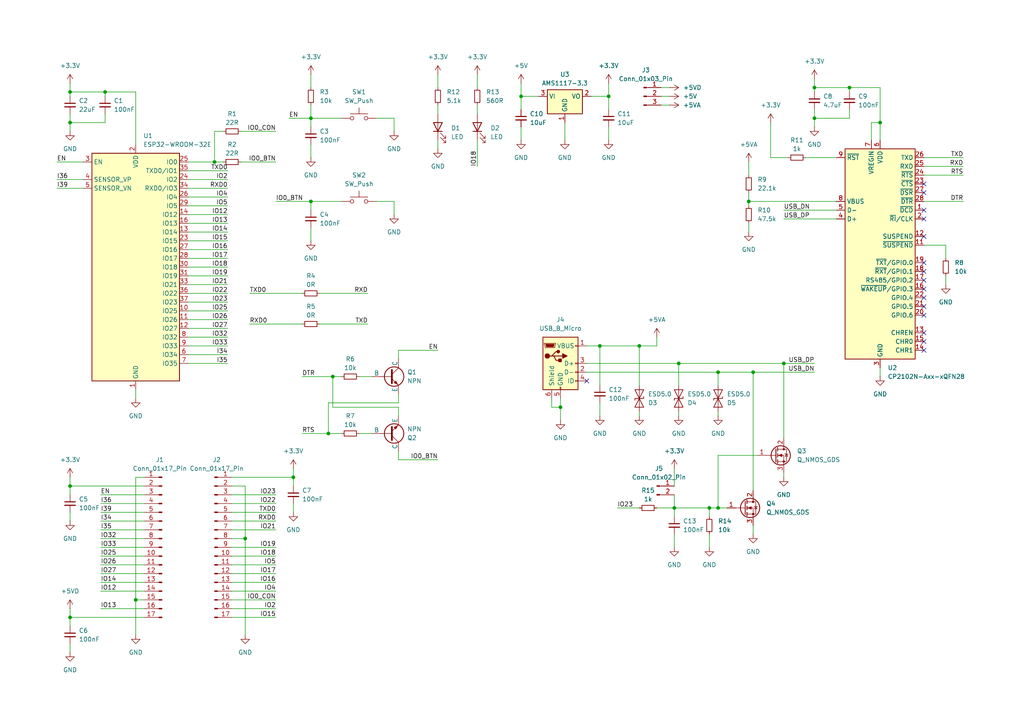
<source format=kicad_sch>
(kicad_sch (version 20231120) (generator "eeschema") (generator_version "8.0")
  (paper "A4")
  (title_block (title "ESP32 Development Board") (date "2025-08-09") (rev "1.0") (comment 1 "Developer: Jayasurya Obbu"))
  (junction (at 246.38 25.4))
  (junction (at 196.85 105.41))
  (junction (at 20.32 179.07))
  (junction (at 227.33 105.41))
  (junction (at 205.74 147.32))
  (junction (at 151.13 27.94))
  (junction (at 30.48 26.67))
  (junction (at 85.09 138.43))
  (junction (at 20.32 140.97))
  (junction (at 96.52 109.22))
  (junction (at 95.25 125.73))
  (junction (at 62.23 46.99))
  (junction (at 208.28 107.95))
  (junction (at 39.37 173.99))
  (junction (at 20.32 35.56))
  (junction (at 71.12 156.21))
  (junction (at 176.53 27.94))
  (junction (at 173.99 100.33))
  (junction (at 236.22 25.4))
  (junction (at 218.44 107.95))
  (junction (at 236.22 34.29))
  (junction (at 90.17 34.29))
  (junction (at 255.27 35.56))
  (junction (at 20.32 26.67))
  (junction (at 217.17 58.42))
  (junction (at 90.17 58.42))
  (junction (at 162.56 118.11))
  (junction (at 185.42 100.33))
  (junction (at 195.58 147.32))
  (junction (at 208.28 147.32))
  (no_connect (at 267.97 88.9))
  (no_connect (at 267.97 91.44))
  (no_connect (at 267.97 83.82))
  (no_connect (at 267.97 99.06))
  (no_connect (at 267.97 53.34))
  (no_connect (at 267.97 81.28))
  (no_connect (at 170.18 110.49))
  (no_connect (at 267.97 63.5))
  (no_connect (at 267.97 101.6))
  (no_connect (at 267.97 68.58))
  (no_connect (at 267.97 55.88))
  (no_connect (at 267.97 76.2))
  (no_connect (at 267.97 60.96))
  (no_connect (at 267.97 78.74))
  (no_connect (at 267.97 96.52))
  (no_connect (at 267.97 86.36))
  (wire (pts (xy 109.22 58.42) (xy 114.3 58.42)))
  (wire (pts (xy 115.57 130.81) (xy 115.57 133.35)))
  (wire (pts (xy 114.3 34.29) (xy 114.3 38.1)))
  (wire (pts (xy 151.13 27.94) (xy 151.13 31.75)))
  (wire (pts (xy 20.32 140.97) (xy 41.91 140.97)))
  (wire (pts (xy 20.32 24.13) (xy 20.32 26.67)))
  (wire (pts (xy 54.61 77.47) (xy 66.04 77.47)))
  (wire (pts (xy 29.21 146.05) (xy 41.91 146.05)))
  (wire (pts (xy 67.31 151.13) (xy 80.01 151.13)))
  (wire (pts (xy 162.56 118.11) (xy 162.56 121.92)))
  (wire (pts (xy 67.31 158.75) (xy 80.01 158.75)))
  (wire (pts (xy 114.3 58.42) (xy 114.3 62.23)))
  (wire (pts (xy 54.61 105.41) (xy 66.04 105.41)))
  (wire (pts (xy 179.07 147.32) (xy 185.42 147.32)))
  (wire (pts (xy 29.21 171.45) (xy 41.91 171.45)))
  (wire (pts (xy 196.85 105.41) (xy 227.33 105.41)))
  (wire (pts (xy 54.61 52.07) (xy 66.04 52.07)))
  (wire (pts (xy 71.12 140.97) (xy 71.12 156.21)))
  (wire (pts (xy 236.22 25.4) (xy 236.22 26.67)))
  (wire (pts (xy 29.21 176.53) (xy 41.91 176.53)))
  (wire (pts (xy 39.37 173.99) (xy 41.91 173.99)))
  (wire (pts (xy 95.25 116.84) (xy 95.25 125.73)))
  (wire (pts (xy 90.17 41.91) (xy 90.17 45.72)))
  (wire (pts (xy 54.61 74.93) (xy 66.04 74.93)))
  (wire (pts (xy 20.32 179.07) (xy 20.32 181.61)))
  (wire (pts (xy 115.57 133.35) (xy 127 133.35)))
  (wire (pts (xy 173.99 100.33) (xy 185.42 100.33)))
  (wire (pts (xy 54.61 82.55) (xy 66.04 82.55)))
  (wire (pts (xy 176.53 36.83) (xy 176.53 40.64)))
  (wire (pts (xy 54.61 102.87) (xy 66.04 102.87)))
  (wire (pts (xy 252.73 35.56) (xy 255.27 35.56)))
  (wire (pts (xy 190.5 97.79) (xy 190.5 100.33)))
  (wire (pts (xy 151.13 27.94) (xy 156.21 27.94)))
  (wire (pts (xy 190.5 147.32) (xy 195.58 147.32)))
  (wire (pts (xy 69.85 46.99) (xy 80.01 46.99)))
  (wire (pts (xy 115.57 120.65) (xy 115.57 118.11)))
  (wire (pts (xy 67.31 173.99) (xy 80.01 173.99)))
  (wire (pts (xy 227.33 105.41) (xy 236.22 105.41)))
  (wire (pts (xy 16.51 46.99) (xy 24.13 46.99)))
  (wire (pts (xy 208.28 147.32) (xy 210.82 147.32)))
  (wire (pts (xy 151.13 36.83) (xy 151.13 40.64)))
  (wire (pts (xy 171.45 27.94) (xy 176.53 27.94)))
  (wire (pts (xy 217.17 64.77) (xy 217.17 67.31)))
  (wire (pts (xy 39.37 41.91) (xy 39.37 26.67)))
  (wire (pts (xy 236.22 34.29) (xy 246.38 34.29)))
  (wire (pts (xy 92.71 93.98) (xy 106.68 93.98)))
  (wire (pts (xy 54.61 54.61) (xy 66.04 54.61)))
  (wire (pts (xy 16.51 54.61) (xy 24.13 54.61)))
  (wire (pts (xy 185.42 100.33) (xy 185.42 111.76)))
  (wire (pts (xy 127 21.59) (xy 127 25.4)))
  (wire (pts (xy 274.32 80.01) (xy 274.32 82.55)))
  (wire (pts (xy 29.21 158.75) (xy 41.91 158.75)))
  (wire (pts (xy 67.31 153.67) (xy 80.01 153.67)))
  (wire (pts (xy 54.61 80.01) (xy 66.04 80.01)))
  (wire (pts (xy 173.99 100.33) (xy 173.99 111.76)))
  (wire (pts (xy 109.22 34.29) (xy 114.3 34.29)))
  (wire (pts (xy 96.52 109.22) (xy 99.06 109.22)))
  (wire (pts (xy 217.17 58.42) (xy 217.17 59.69)))
  (wire (pts (xy 67.31 138.43) (xy 85.09 138.43)))
  (wire (pts (xy 160.02 118.11) (xy 162.56 118.11)))
  (wire (pts (xy 67.31 156.21) (xy 71.12 156.21)))
  (wire (pts (xy 54.61 92.71) (xy 66.04 92.71)))
  (wire (pts (xy 127 40.64) (xy 127 43.18)))
  (wire (pts (xy 195.58 147.32) (xy 205.74 147.32)))
  (wire (pts (xy 195.58 135.89) (xy 195.58 140.97)))
  (wire (pts (xy 71.12 156.21) (xy 71.12 184.15)))
  (wire (pts (xy 255.27 106.68) (xy 255.27 109.22)))
  (wire (pts (xy 205.74 154.94) (xy 205.74 158.75)))
  (wire (pts (xy 217.17 58.42) (xy 242.57 58.42)))
  (wire (pts (xy 219.71 132.08) (xy 208.28 132.08)))
  (wire (pts (xy 208.28 107.95) (xy 208.28 111.76)))
  (wire (pts (xy 217.17 55.88) (xy 217.17 58.42)))
  (wire (pts (xy 246.38 34.29) (xy 246.38 31.75)))
  (wire (pts (xy 195.58 149.86) (xy 195.58 147.32)))
  (wire (pts (xy 233.68 45.72) (xy 242.57 45.72)))
  (wire (pts (xy 170.18 105.41) (xy 196.85 105.41)))
  (wire (pts (xy 20.32 35.56) (xy 30.48 35.56)))
  (wire (pts (xy 185.42 119.38) (xy 185.42 120.65)))
  (wire (pts (xy 39.37 173.99) (xy 39.37 184.15)))
  (wire (pts (xy 228.6 45.72) (xy 223.52 45.72)))
  (wire (pts (xy 274.32 71.12) (xy 274.32 74.93)))
  (wire (pts (xy 62.23 46.99) (xy 62.23 38.1)))
  (wire (pts (xy 267.97 45.72) (xy 279.4 45.72)))
  (wire (pts (xy 87.63 109.22) (xy 96.52 109.22)))
  (wire (pts (xy 227.33 60.96) (xy 242.57 60.96)))
  (wire (pts (xy 54.61 57.15) (xy 66.04 57.15)))
  (wire (pts (xy 160.02 115.57) (xy 160.02 118.11)))
  (wire (pts (xy 67.31 148.59) (xy 80.01 148.59)))
  (wire (pts (xy 95.25 125.73) (xy 99.06 125.73)))
  (wire (pts (xy 267.97 50.8) (xy 279.4 50.8)))
  (wire (pts (xy 267.97 48.26) (xy 279.4 48.26)))
  (wire (pts (xy 54.61 62.23) (xy 66.04 62.23)))
  (wire (pts (xy 227.33 105.41) (xy 227.33 127)))
  (wire (pts (xy 252.73 40.64) (xy 252.73 35.56)))
  (wire (pts (xy 67.31 179.07) (xy 80.01 179.07)))
  (wire (pts (xy 90.17 34.29) (xy 99.06 34.29)))
  (wire (pts (xy 104.14 125.73) (xy 107.95 125.73)))
  (wire (pts (xy 205.74 147.32) (xy 205.74 149.86)))
  (wire (pts (xy 227.33 63.5) (xy 242.57 63.5)))
  (wire (pts (xy 16.51 52.07) (xy 24.13 52.07)))
  (wire (pts (xy 92.71 85.09) (xy 106.68 85.09)))
  (wire (pts (xy 54.61 100.33) (xy 66.04 100.33)))
  (wire (pts (xy 20.32 33.02) (xy 20.32 35.56)))
  (wire (pts (xy 69.85 38.1) (xy 80.01 38.1)))
  (wire (pts (xy 90.17 58.42) (xy 99.06 58.42)))
  (wire (pts (xy 29.21 153.67) (xy 41.91 153.67)))
  (wire (pts (xy 96.52 118.11) (xy 96.52 109.22)))
  (wire (pts (xy 67.31 171.45) (xy 80.01 171.45)))
  (wire (pts (xy 196.85 105.41) (xy 196.85 111.76)))
  (wire (pts (xy 138.43 21.59) (xy 138.43 25.4)))
  (wire (pts (xy 90.17 34.29) (xy 90.17 36.83)))
  (wire (pts (xy 54.61 49.53) (xy 66.04 49.53)))
  (wire (pts (xy 246.38 25.4) (xy 236.22 25.4)))
  (wire (pts (xy 138.43 30.48) (xy 138.43 33.02)))
  (wire (pts (xy 267.97 58.42) (xy 279.4 58.42)))
  (wire (pts (xy 54.61 90.17) (xy 66.04 90.17)))
  (wire (pts (xy 54.61 69.85) (xy 66.04 69.85)))
  (wire (pts (xy 208.28 107.95) (xy 218.44 107.95)))
  (wire (pts (xy 20.32 140.97) (xy 20.32 143.51)))
  (wire (pts (xy 255.27 25.4) (xy 246.38 25.4)))
  (wire (pts (xy 54.61 97.79) (xy 66.04 97.79)))
  (wire (pts (xy 64.77 46.99) (xy 62.23 46.99)))
  (wire (pts (xy 176.53 24.13) (xy 176.53 27.94)))
  (wire (pts (xy 227.33 137.16) (xy 227.33 138.43)))
  (wire (pts (xy 30.48 35.56) (xy 30.48 33.02)))
  (wire (pts (xy 54.61 64.77) (xy 66.04 64.77)))
  (wire (pts (xy 87.63 125.73) (xy 95.25 125.73)))
  (wire (pts (xy 90.17 21.59) (xy 90.17 25.4)))
  (wire (pts (xy 185.42 100.33) (xy 190.5 100.33)))
  (wire (pts (xy 39.37 26.67) (xy 30.48 26.67)))
  (wire (pts (xy 246.38 26.67) (xy 246.38 25.4)))
  (wire (pts (xy 163.83 35.56) (xy 163.83 40.64)))
  (wire (pts (xy 191.77 27.94) (xy 194.31 27.94)))
  (wire (pts (xy 30.48 27.94) (xy 30.48 26.67)))
  (wire (pts (xy 170.18 100.33) (xy 173.99 100.33)))
  (wire (pts (xy 29.21 166.37) (xy 41.91 166.37)))
  (wire (pts (xy 115.57 114.3) (xy 115.57 116.84)))
  (wire (pts (xy 115.57 101.6) (xy 127 101.6)))
  (wire (pts (xy 90.17 58.42) (xy 90.17 60.96)))
  (wire (pts (xy 115.57 116.84) (xy 95.25 116.84)))
  (wire (pts (xy 67.31 163.83) (xy 80.01 163.83)))
  (wire (pts (xy 20.32 148.59) (xy 20.32 151.13)))
  (wire (pts (xy 30.48 26.67) (xy 20.32 26.67)))
  (wire (pts (xy 255.27 35.56) (xy 255.27 25.4)))
  (wire (pts (xy 208.28 132.08) (xy 208.28 147.32)))
  (wire (pts (xy 170.18 107.95) (xy 208.28 107.95)))
  (wire (pts (xy 267.97 71.12) (xy 274.32 71.12)))
  (wire (pts (xy 62.23 38.1) (xy 64.77 38.1)))
  (wire (pts (xy 20.32 176.53) (xy 20.32 179.07)))
  (wire (pts (xy 218.44 107.95) (xy 218.44 142.24)))
  (wire (pts (xy 173.99 116.84) (xy 173.99 120.65)))
  (wire (pts (xy 236.22 34.29) (xy 236.22 36.83)))
  (wire (pts (xy 72.39 85.09) (xy 87.63 85.09)))
  (wire (pts (xy 104.14 109.22) (xy 107.95 109.22)))
  (wire (pts (xy 54.61 72.39) (xy 66.04 72.39)))
  (wire (pts (xy 80.01 58.42) (xy 90.17 58.42)))
  (wire (pts (xy 208.28 119.38) (xy 208.28 120.65)))
  (wire (pts (xy 85.09 146.05) (xy 85.09 148.59)))
  (wire (pts (xy 54.61 95.25) (xy 66.04 95.25)))
  (wire (pts (xy 20.32 186.69) (xy 20.32 189.23)))
  (wire (pts (xy 72.39 93.98) (xy 87.63 93.98)))
  (wire (pts (xy 54.61 46.99) (xy 62.23 46.99)))
  (wire (pts (xy 223.52 35.56) (xy 223.52 45.72)))
  (wire (pts (xy 20.32 26.67) (xy 20.32 27.94)))
  (wire (pts (xy 236.22 31.75) (xy 236.22 34.29)))
  (wire (pts (xy 217.17 46.99) (xy 217.17 50.8)))
  (wire (pts (xy 39.37 113.03) (xy 39.37 115.57)))
  (wire (pts (xy 67.31 143.51) (xy 80.01 143.51)))
  (wire (pts (xy 90.17 30.48) (xy 90.17 34.29)))
  (wire (pts (xy 54.61 85.09) (xy 66.04 85.09)))
  (wire (pts (xy 85.09 138.43) (xy 85.09 140.97)))
  (wire (pts (xy 85.09 135.89) (xy 85.09 138.43)))
  (wire (pts (xy 218.44 107.95) (xy 236.22 107.95)))
  (wire (pts (xy 54.61 67.31) (xy 66.04 67.31)))
  (wire (pts (xy 20.32 35.56) (xy 20.32 38.1)))
  (wire (pts (xy 218.44 152.4) (xy 218.44 154.94)))
  (wire (pts (xy 162.56 118.11) (xy 162.56 115.57)))
  (wire (pts (xy 195.58 154.94) (xy 195.58 158.75)))
  (wire (pts (xy 138.43 40.64) (xy 138.43 48.26)))
  (wire (pts (xy 29.21 168.91) (xy 41.91 168.91)))
  (wire (pts (xy 67.31 140.97) (xy 71.12 140.97)))
  (wire (pts (xy 115.57 104.14) (xy 115.57 101.6)))
  (wire (pts (xy 67.31 176.53) (xy 80.01 176.53)))
  (wire (pts (xy 29.21 161.29) (xy 41.91 161.29)))
  (wire (pts (xy 236.22 22.86) (xy 236.22 25.4)))
  (wire (pts (xy 83.82 34.29) (xy 90.17 34.29)))
  (wire (pts (xy 191.77 30.48) (xy 194.31 30.48)))
  (wire (pts (xy 90.17 66.04) (xy 90.17 69.85)))
  (wire (pts (xy 29.21 143.51) (xy 41.91 143.51)))
  (wire (pts (xy 39.37 138.43) (xy 39.37 173.99)))
  (wire (pts (xy 196.85 119.38) (xy 196.85 120.65)))
  (wire (pts (xy 67.31 166.37) (xy 80.01 166.37)))
  (wire (pts (xy 67.31 168.91) (xy 80.01 168.91)))
  (wire (pts (xy 191.77 25.4) (xy 194.31 25.4)))
  (wire (pts (xy 54.61 59.69) (xy 66.04 59.69)))
  (wire (pts (xy 205.74 147.32) (xy 208.28 147.32)))
  (wire (pts (xy 176.53 27.94) (xy 176.53 31.75)))
  (wire (pts (xy 29.21 163.83) (xy 41.91 163.83)))
  (wire (pts (xy 41.91 138.43) (xy 39.37 138.43)))
  (wire (pts (xy 20.32 179.07) (xy 41.91 179.07)))
  (wire (pts (xy 20.32 138.43) (xy 20.32 140.97)))
  (wire (pts (xy 29.21 148.59) (xy 41.91 148.59)))
  (wire (pts (xy 127 30.48) (xy 127 33.02)))
  (wire (pts (xy 195.58 143.51) (xy 195.58 147.32)))
  (wire (pts (xy 255.27 40.64) (xy 255.27 35.56)))
  (wire (pts (xy 29.21 151.13) (xy 41.91 151.13)))
  (wire (pts (xy 29.21 156.21) (xy 41.91 156.21)))
  (wire (pts (xy 54.61 87.63) (xy 66.04 87.63)))
  (wire (pts (xy 67.31 161.29) (xy 80.01 161.29)))
  (wire (pts (xy 115.57 118.11) (xy 96.52 118.11)))
  (wire (pts (xy 67.31 146.05) (xy 80.01 146.05)))
  (wire (pts (xy 151.13 24.13) (xy 151.13 27.94)))
  (label "IO15" (at 66.04 69.85 180))
  (label "RXD0" (at 66.04 54.61 180))
  (label "IO4" (at 80.01 171.45 180))
  (label "IO17" (at 80.01 166.37 180))
  (label "I36" (at 29.21 146.05 0))
  (label "IO14" (at 29.21 168.91 0))
  (label "IO25" (at 29.21 161.29 0))
  (label "IO12" (at 66.04 62.23 180))
  (label "I39" (at 16.51 54.61 0))
  (label "TXD" (at 279.4 45.72 180))
  (label "IO0_CON" (at 80.01 38.1 180))
  (label "IO18" (at 66.04 77.47 180))
  (label "EN" (at 83.82 34.29 0))
  (label "IO4" (at 66.04 57.15 180))
  (label "IO32" (at 66.04 97.79 180))
  (label "IO5" (at 66.04 59.69 180))
  (label "RXD0" (at 72.39 93.98 0))
  (label "IO12" (at 29.21 171.45 0))
  (label "IO23" (at 80.01 143.51 180))
  (label "I36" (at 16.51 52.07 0))
  (label "IO0_CON" (at 80.01 173.99 180))
  (label "IO2" (at 66.04 52.07 180))
  (label "RTS" (at 279.4 50.8 180))
  (label "IO22" (at 80.01 146.05 180))
  (label "IO17" (at 66.04 74.93 180))
  (label "IO13" (at 66.04 64.77 180))
  (label "I35" (at 66.04 105.41 180))
  (label "TXD0" (at 66.04 49.53 180))
  (label "IO0_BTN" (at 80.01 46.99 180))
  (label "IO2" (at 80.01 176.53 180))
  (label "USB_DN" (at 227.33 60.96 0))
  (label "USB_DN" (at 236.22 107.95 180))
  (label "IO23" (at 66.04 87.63 180))
  (label "IO5" (at 80.01 163.83 180))
  (label "RXD" (at 279.4 48.26 180))
  (label "RXD0" (at 80.01 151.13 180))
  (label "IO33" (at 29.21 158.75 0))
  (label "EN" (at 29.21 143.51 0))
  (label "DTR" (at 279.4 58.42 180))
  (label "IO13" (at 29.21 176.53 0))
  (label "IO16" (at 66.04 72.39 180))
  (label "IO18" (at 138.43 48.26 90))
  (label "EN" (at 16.51 46.99 0))
  (label "IO32" (at 29.21 156.21 0))
  (label "IO16" (at 80.01 168.91 180))
  (label "IO19" (at 66.04 80.01 180))
  (label "EN" (at 127 101.6 180))
  (label "USB_DP" (at 236.22 105.41 180))
  (label "IO21" (at 80.01 153.67 180))
  (label "RXD" (at 106.68 85.09 180))
  (label "TXD" (at 106.68 93.98 180))
  (label "I39" (at 29.21 148.59 0))
  (label "IO26" (at 29.21 163.83 0))
  (label "I34" (at 66.04 102.87 180))
  (label "IO14" (at 66.04 67.31 180))
  (label "IO0_BTN" (at 127 133.35 180))
  (label "IO21" (at 66.04 82.55 180))
  (label "I34" (at 29.21 151.13 0))
  (label "IO18" (at 80.01 161.29 180))
  (label "TXD0" (at 72.39 85.09 0))
  (label "IO33" (at 66.04 100.33 180))
  (label "RTS" (at 87.63 125.73 0))
  (label "I35" (at 29.21 153.67 0))
  (label "TXD0" (at 80.01 148.59 180))
  (label "DTR" (at 87.63 109.22 0))
  (label "IO27" (at 29.21 166.37 0))
  (label "IO22" (at 66.04 85.09 180))
  (label "IO25" (at 66.04 90.17 180))
  (label "IO0_BTN" (at 80.01 58.42 0))
  (label "IO27" (at 66.04 95.25 180))
  (label "IO19" (at 80.01 158.75 180))
  (label "IO15" (at 80.01 179.07 180))
  (label "IO23" (at 179.07 147.32 0))
  (label "USB_DP" (at 227.33 63.5 0))
  (label "IO26" (at 66.04 92.71 180))
  (symbol (lib_id "power:GND") (at 195.58 158.75 0) (unit 1)
    (property "Reference" "#PWR044" (effects (hide yes)))
    (property "Value" "GND" (at 195.58 163.83 0))
    (property "Description" "Power symbol creates a global label with name \"GND\" , ground" (effects (hide yes)))
  )
  (symbol (lib_id "Device:C_Small") (at 176.53 34.29 0) (unit 1)
    (property "Reference" "C11" (at 179.07 33.0262 0) (effects (justify left)))
    (property "Value" "10uF" (at 179.07 35.5662 0) (effects (justify left)))
    (property "Footprint" "Capacitor_SMD:C_0402_1005Metric" (effects (hide yes)))
    (property "Description" "Unpolarized capacitor, small symbol" (effects (hide yes)))
  )
  (symbol (lib_id "Device:R_Small") (at 90.17 93.98 90) (unit 1)
    (property "Reference" "R5" (at 90.17 88.9 90))
    (property "Value" "0R" (at 90.17 91.44 90))
    (property "Footprint" "Resistor_SMD:R_0402_1005Metric" (effects (hide yes)))
    (property "Description" "Resistor, small symbol" (effects (hide yes)))
  )
  (symbol (lib_id "Device:R_Small") (at 67.31 46.99 90) (unit 1)
    (property "Reference" "R2" (at 67.31 41.91 90))
    (property "Value" "22R" (at 67.31 44.45 90))
    (property "Footprint" "Resistor_SMD:R_0402_1005Metric" (effects (hide yes)))
    (property "Description" "Resistor, small symbol" (effects (hide yes)))
  )
  (symbol (lib_id "Diode:ESD9B5.0ST5G") (at 208.28 115.57 270) (mirror x) (unit 1)
    (property "Reference" "D5" (at 210.82 116.8401 90) (effects (justify left)))
    (property "Value" "ESD5.0" (at 210.82 114.3001 90) (effects (justify left)))
    (property "Footprint" "Diode_SMD:D_SOD-523" (effects (hide yes)))
    (property "Datasheet" "https://www.onsemi.com/pub/Collateral/ESD9B-D.PDF" (effects (hide yes)))
    (property "Description" "ESD protection diode, 5.0Vrwm, SOD-923" (effects (hide yes)))
  )
  (symbol (lib_id "power:+5V") (at 151.13 24.13 0) (unit 1)
    (property "Reference" "#PWR027" (effects (hide yes)))
    (property "Value" "+5V" (at 151.13 19.05 0))
    (property "Description" "Power symbol creates a global label with name \"+5V\"" (effects (hide yes)))
  )
  (symbol (lib_id "power:GND") (at 90.17 69.85 0) (unit 1)
    (property "Reference" "#PWR08" (effects (hide yes)))
    (property "Value" "GND" (at 90.17 74.93 0))
    (property "Description" "Power symbol creates a global label with name \"GND\" , ground" (effects (hide yes)))
  )
  (symbol (lib_id "Diode:ESD9B5.0ST5G") (at 196.85 115.57 270) (mirror x) (unit 1)
    (property "Reference" "D4" (at 199.39 116.8401 90) (effects (justify left)))
    (property "Value" "ESD5.0" (at 199.39 114.3001 90) (effects (justify left)))
    (property "Footprint" "Diode_SMD:D_SOD-523" (effects (hide yes)))
    (property "Datasheet" "https://www.onsemi.com/pub/Collateral/ESD9B-D.PDF" (effects (hide yes)))
    (property "Description" "ESD protection diode, 5.0Vrwm, SOD-923" (effects (hide yes)))
  )
  (symbol (lib_id "power:GND") (at 236.22 36.83 0) (unit 1)
    (property "Reference" "#PWR019" (effects (hide yes)))
    (property "Value" "GND" (at 236.22 41.91 0))
    (property "Description" "Power symbol creates a global label with name \"GND\" , ground" (effects (hide yes)))
  )
  (symbol (lib_id "Device:R_Small") (at 138.43 27.94 0) (unit 1)
    (property "Reference" "R13" (at 140.97 26.6699 0) (effects (justify left)))
    (property "Value" "560R" (at 140.97 29.2099 0) (effects (justify left)))
    (property "Footprint" "Resistor_SMD:R_0402_1005Metric" (effects (hide yes)))
    (property "Description" "Resistor, small symbol" (effects (hide yes)))
  )
  (symbol (lib_id "Device:R_Small") (at 67.31 38.1 90) (unit 1)
    (property "Reference" "R1" (at 67.31 33.02 90))
    (property "Value" "22R" (at 67.31 35.56 90))
    (property "Footprint" "Resistor_SMD:R_0402_1005Metric" (effects (hide yes)))
    (property "Description" "Resistor, small symbol" (effects (hide yes)))
  )
  (symbol (lib_id "Device:C_Small") (at 20.32 146.05 0) (unit 1)
    (property "Reference" "C5" (at 22.86 144.7862 0) (effects (justify left)))
    (property "Value" "100nF" (at 22.86 147.3262 0) (effects (justify left)))
    (property "Footprint" "Capacitor_SMD:C_0402_1005Metric" (effects (hide yes)))
    (property "Description" "Unpolarized capacitor, small symbol" (effects (hide yes)))
  )
  (symbol (lib_id "Connector:Conn_01x03_Pin") (at 186.69 27.94 0) (unit 1)
    (property "Reference" "J3" (at 187.325 20.32 0))
    (property "Value" "Conn_01x03_Pin" (at 187.325 22.86 0))
    (property "Footprint" "Connector_PinHeader_1.27mm:PinHeader_1x03_P1.27mm_Vertical" (effects (hide yes)))
    (property "Description" "Generic connector, single row, 01x03, script generated" (effects (hide yes)))
  )
  (symbol (lib_id "Switch:SW_Push") (at 104.14 34.29 0) (unit 1)
    (property "Reference" "SW1" (at 104.14 26.67 0))
    (property "Value" "SW_Push" (at 104.14 29.21 0))
    (property "Footprint" "Button_Switch_SMD:SW_Push_SPST_NO_Alps_SKRK" (effects (hide yes)))
    (property "Description" "Push button switch, generic, two pins" (effects (hide yes)))
  )
  (symbol (lib_id "power:GND") (at 173.99 120.65 0) (unit 1)
    (property "Reference" "#PWR037" (effects (hide yes)))
    (property "Value" "GND" (at 173.99 125.73 0))
    (property "Description" "Power symbol creates a global label with name \"GND\" , ground" (effects (hide yes)))
  )
  (symbol (lib_id "power:+5VA") (at 217.17 46.99 0) (unit 1)
    (property "Reference" "#PWR022" (effects (hide yes)))
    (property "Value" "+5VA" (at 217.17 41.91 0))
    (property "Description" "Power symbol creates a global label with name \"+5VA\"" (effects (hide yes)))
  )
  (symbol (lib_id "power:+5VD") (at 20.32 176.53 0) (unit 1)
    (property "Reference" "#PWR011" (effects (hide yes)))
    (property "Value" "+5VD" (at 20.32 171.45 0))
    (property "Description" "Power symbol creates a global label with name \"+5VD\"" (effects (hide yes)))
  )
  (symbol (lib_id "power:GND") (at 20.32 189.23 0) (unit 1)
    (property "Reference" "#PWR012" (effects (hide yes)))
    (property "Value" "GND" (at 20.32 194.31 0))
    (property "Description" "Power symbol creates a global label with name \"GND\" , ground" (effects (hide yes)))
  )
  (symbol (lib_id "Device:C_Small") (at 20.32 30.48 0) (unit 1)
    (property "Reference" "C2" (at 22.86 29.2162 0) (effects (justify left)))
    (property "Value" "22uF" (at 22.86 31.7562 0) (effects (justify left)))
    (property "Footprint" "Capacitor_SMD:C_0805_2012Metric" (effects (hide yes)))
    (property "Description" "Unpolarized capacitor, small symbol" (effects (hide yes)))
  )
  (symbol (lib_id "power:+3.3V") (at 223.52 35.56 0) (unit 1)
    (property "Reference" "#PWR023" (effects (hide yes)))
    (property "Value" "+3.3V" (at 223.52 30.48 0))
    (property "Description" "Power symbol creates a global label with name \"+3.3V\"" (effects (hide yes)))
  )
  (symbol (lib_id "power:GND") (at 196.85 120.65 0) (unit 1)
    (property "Reference" "#PWR039" (effects (hide yes)))
    (property "Value" "GND" (at 196.85 125.73 0))
    (property "Description" "Power symbol creates a global label with name \"GND\" , ground" (effects (hide yes)))
  )
  (symbol (lib_id "Device:C_Small") (at 151.13 34.29 0) (unit 1)
    (property "Reference" "C10" (at 153.67 33.0262 0) (effects (justify left)))
    (property "Value" "10uF" (at 153.67 35.5662 0) (effects (justify left)))
    (property "Footprint" "Capacitor_SMD:C_0402_1005Metric" (effects (hide yes)))
    (property "Description" "Unpolarized capacitor, small symbol" (effects (hide yes)))
  )
  (symbol (lib_id "Device:R_Small") (at 217.17 62.23 0) (unit 1)
    (property "Reference" "R10" (at 219.71 60.9599 0) (effects (justify left)))
    (property "Value" "47.5k" (at 219.71 63.4999 0) (effects (justify left)))
    (property "Footprint" "Resistor_SMD:R_0402_1005Metric" (effects (hide yes)))
    (property "Description" "Resistor, small symbol" (effects (hide yes)))
  )
  (symbol (lib_id "power:+3.3V") (at 20.32 138.43 0) (unit 1)
    (property "Reference" "#PWR07" (effects (hide yes)))
    (property "Value" "+3.3V" (at 20.32 133.35 0))
    (property "Description" "Power symbol creates a global label with name \"+3.3V\"" (effects (hide yes)))
  )
  (symbol (lib_id "power:+3.3V") (at 236.22 22.86 0) (unit 1)
    (property "Reference" "#PWR018" (effects (hide yes)))
    (property "Value" "+3.3V" (at 236.22 17.78 0))
    (property "Description" "Power symbol creates a global label with name \"+3.3V\"" (effects (hide yes)))
  )
  (symbol (lib_id "power:+3.3V") (at 127 21.59 0) (unit 1)
    (property "Reference" "#PWR024" (effects (hide yes)))
    (property "Value" "+3.3V" (at 127 16.51 0))
    (property "Description" "Power symbol creates a global label with name \"+3.3V\"" (effects (hide yes)))
  )
  (symbol (lib_id "power:GND") (at 162.56 121.92 0) (unit 1)
    (property "Reference" "#PWR035" (effects (hide yes)))
    (property "Value" "GND" (at 162.56 127 0))
    (property "Description" "Power symbol creates a global label with name \"GND\" , ground" (effects (hide yes)))
  )
  (symbol (lib_id "Diode:ESD9B5.0ST5G") (at 185.42 115.57 270) (mirror x) (unit 1)
    (property "Reference" "D3" (at 187.96 116.8401 90) (effects (justify left)))
    (property "Value" "ESD5.0" (at 187.96 114.3001 90) (effects (justify left)))
    (property "Footprint" "Diode_SMD:D_SOD-523" (effects (hide yes)))
    (property "Datasheet" "https://www.onsemi.com/pub/Collateral/ESD9B-D.PDF" (effects (hide yes)))
    (property "Description" "ESD protection diode, 5.0Vrwm, SOD-923" (effects (hide yes)))
  )
  (symbol (lib_id "Device:R_Small") (at 90.17 27.94 0) (unit 1)
    (property "Reference" "R3" (at 92.71 26.6699 0) (effects (justify left)))
    (property "Value" "10k" (at 92.71 29.2099 0) (effects (justify left)))
    (property "Footprint" "Resistor_SMD:R_0402_1005Metric" (effects (hide yes)))
    (property "Description" "Resistor, small symbol" (effects (hide yes)))
  )
  (symbol (lib_id "power:GND") (at 20.32 38.1 0) (unit 1)
    (property "Reference" "#PWR03" (effects (hide yes)))
    (property "Value" "GND" (at 20.32 43.18 0))
    (property "Description" "Power symbol creates a global label with name \"GND\" , ground" (effects (hide yes)))
  )
  (symbol (lib_id "power:GND") (at 217.17 67.31 0) (unit 1)
    (property "Reference" "#PWR021" (effects (hide yes)))
    (property "Value" "GND" (at 217.17 72.39 0))
    (property "Description" "Power symbol creates a global label with name \"GND\" , ground" (effects (hide yes)))
  )
  (symbol (lib_id "Device:R_Small") (at 217.17 53.34 0) (unit 1)
    (property "Reference" "R9" (at 219.71 52.0699 0) (effects (justify left)))
    (property "Value" "22.1k" (at 219.71 54.6099 0) (effects (justify left)))
    (property "Footprint" "Resistor_SMD:R_0402_1005Metric" (effects (hide yes)))
    (property "Description" "Resistor, small symbol" (effects (hide yes)))
  )
  (symbol (lib_id "power:GND") (at 85.09 148.59 0) (unit 1)
    (property "Reference" "#PWR015" (effects (hide yes)))
    (property "Value" "GND" (at 85.09 153.67 0))
    (property "Description" "Power symbol creates a global label with name \"GND\" , ground" (effects (hide yes)))
  )
  (symbol (lib_id "power:GND") (at 205.74 158.75 0) (unit 1)
    (property "Reference" "#PWR043" (effects (hide yes)))
    (property "Value" "GND" (at 205.74 163.83 0))
    (property "Description" "Power symbol creates a global label with name \"GND\" , ground" (effects (hide yes)))
  )
  (symbol (lib_id "power:+3.3V") (at 176.53 24.13 0) (unit 1)
    (property "Reference" "#PWR029" (effects (hide yes)))
    (property "Value" "+3.3V" (at 176.53 19.05 0))
    (property "Description" "Power symbol creates a global label with name \"+3.3V\"" (effects (hide yes)))
  )
  (symbol (lib_id "Device:C_Small") (at 20.32 184.15 0) (unit 1)
    (property "Reference" "C6" (at 22.86 182.8862 0) (effects (justify left)))
    (property "Value" "100nF" (at 22.86 185.4262 0) (effects (justify left)))
    (property "Footprint" "Capacitor_SMD:C_0402_1005Metric" (effects (hide yes)))
    (property "Description" "Unpolarized capacitor, small symbol" (effects (hide yes)))
  )
  (symbol (lib_id "power:GND") (at 20.32 151.13 0) (unit 1)
    (property "Reference" "#PWR010" (effects (hide yes)))
    (property "Value" "GND" (at 20.32 156.21 0))
    (property "Description" "Power symbol creates a global label with name \"GND\" , ground" (effects (hide yes)))
  )
  (symbol (lib_id "Device:C_Small") (at 173.99 114.3 0) (unit 1)
    (property "Reference" "C12" (at 176.53 113.0362 0) (effects (justify left)))
    (property "Value" "100nF" (at 176.53 115.5762 0) (effects (justify left)))
    (property "Footprint" "Capacitor_SMD:C_0402_1005Metric" (effects (hide yes)))
    (property "Description" "Unpolarized capacitor, small symbol" (effects (hide yes)))
  )
  (symbol (lib_id "Device:Q_NMOS_GDS") (at 215.9 147.32 0) (unit 1)
    (property "Reference" "Q4" (at 222.25 146.0499 0) (effects (justify left)))
    (property "Value" "Q_NMOS_GDS" (at 222.25 148.5899 0) (effects (justify left)))
    (property "Footprint" "Package_TO_SOT_SMD:SOT-523" (effects (hide yes)))
    (property "Description" "N-MOSFET transistor, gate/drain/source" (effects (hide yes)))
  )
  (symbol (lib_id "Device:R_Small") (at 127 27.94 0) (unit 1)
    (property "Reference" "R12" (at 129.54 26.6699 0) (effects (justify left)))
    (property "Value" "5.1k" (at 129.54 29.2099 0) (effects (justify left)))
    (property "Footprint" "Resistor_SMD:R_0402_1005Metric" (effects (hide yes)))
    (property "Description" "Resistor, small symbol" (effects (hide yes)))
  )
  (symbol (lib_id "power:GND") (at 151.13 40.64 0) (unit 1)
    (property "Reference" "#PWR028" (effects (hide yes)))
    (property "Value" "GND" (at 151.13 45.72 0))
    (property "Description" "Power symbol creates a global label with name \"GND\" , ground" (effects (hide yes)))
  )
  (symbol (lib_id "power:GND") (at 39.37 115.57 0) (unit 1)
    (property "Reference" "#PWR01" (effects (hide yes)))
    (property "Value" "GND" (at 39.37 120.65 0))
    (property "Description" "Power symbol creates a global label with name \"GND\" , ground" (effects (hide yes)))
  )
  (symbol (lib_id "power:GND") (at 227.33 138.43 0) (unit 1)
    (property "Reference" "#PWR041" (effects (hide yes)))
    (property "Value" "GND" (at 227.33 143.51 0))
    (property "Description" "Power symbol creates a global label with name \"GND\" , ground" (effects (hide yes)))
  )
  (symbol (lib_id "Regulator_Linear:AMS1117-3.3") (at 163.83 27.94 0) (unit 1)
    (property "Reference" "U3" (at 163.83 21.59 0))
    (property "Value" "AMS1117-3.3" (at 163.83 24.13 0))
    (property "Footprint" "Package_TO_SOT_SMD:SOT-89-3" (effects (hide yes)))
    (property "Datasheet" "http://www.advanced-monolithic.com/pdf/ds1117.pdf" (effects (hide yes)))
    (property "Description" "1A Low Dropout regulator, positive, 3.3V fixed output, SOT-223" (effects (hide yes)))
  )
  (symbol (lib_id "power:GND") (at 114.3 62.23 0) (unit 1)
    (property "Reference" "#PWR09" (effects (hide yes)))
    (property "Value" "GND" (at 114.3 67.31 0))
    (property "Description" "Power symbol creates a global label with name \"GND\" , ground" (effects (hide yes)))
  )
  (symbol (lib_id "Device:C_Small") (at 30.48 30.48 0) (unit 1)
    (property "Reference" "C1" (at 33.02 29.2162 0) (effects (justify left)))
    (property "Value" "100nF" (at 33.02 31.7562 0) (effects (justify left)))
    (property "Footprint" "Capacitor_SMD:C_0402_1005Metric" (effects (hide yes)))
    (property "Description" "Unpolarized capacitor, small symbol" (effects (hide yes)))
  )
  (symbol (lib_id "Device:Q_NMOS_GDS") (at 224.79 132.08 0) (unit 1)
    (property "Reference" "Q3" (at 231.14 130.8099 0) (effects (justify left)))
    (property "Value" "Q_NMOS_GDS" (at 231.14 133.3499 0) (effects (justify left)))
    (property "Footprint" "Package_TO_SOT_SMD:SOT-523" (effects (hide yes)))
    (property "Description" "N-MOSFET transistor, gate/drain/source" (effects (hide yes)))
  )
  (symbol (lib_id "power:+5VA") (at 190.5 97.79 0) (unit 1)
    (property "Reference" "#PWR036" (effects (hide yes)))
    (property "Value" "+5VA" (at 190.5 92.71 0))
    (property "Description" "Power symbol creates a global label with name \"+5VA\"" (effects (hide yes)))
  )
  (symbol (lib_id "Device:C_Small") (at 246.38 29.21 0) (unit 1)
    (property "Reference" "C9" (at 248.92 27.9462 0) (effects (justify left)))
    (property "Value" "100nF" (at 248.92 30.4862 0) (effects (justify left)))
    (property "Footprint" "Capacitor_SMD:C_0402_1005Metric" (effects (hide yes)))
    (property "Description" "Unpolarized capacitor, small symbol" (effects (hide yes)))
  )
  (symbol (lib_id "power:GND") (at 127 43.18 0) (unit 1)
    (property "Reference" "#PWR025" (effects (hide yes)))
    (property "Value" "GND" (at 127 48.26 0))
    (property "Description" "Power symbol creates a global label with name \"GND\" , ground" (effects (hide yes)))
  )
  (symbol (lib_id "Connector:Conn_01x17_Pin") (at 46.99 158.75 0) (mirror y) (unit 1)
    (property "Reference" "J1" (at 46.355 133.35 0))
    (property "Value" "Conn_01x17_Pin" (at 46.355 135.89 0))
    (property "Footprint" "Connector_PinHeader_2.54mm:PinHeader_1x17_P2.54mm_Vertical" (effects (hide yes)))
    (property "Description" "Generic connector, single row, 01x17, script generated" (effects (hide yes)))
  )
  (symbol (lib_id "power:+5VD") (at 194.31 25.4 270) (unit 1)
    (property "Reference" "#PWR032" (effects (hide yes)))
    (property "Value" "+5VD" (at 198.12 25.3999 90) (effects (justify left)))
    (property "Description" "Power symbol creates a global label with name \"+5VD\"" (effects (hide yes)))
  )
  (symbol (lib_id "RF_Module:ESP32-WROOM-32E") (at 39.37 77.47 0) (unit 1)
    (property "Reference" "U1" (at 41.5641 39.37 0) (effects (justify left)))
    (property "Value" "ESP32-WROOM-32E" (at 41.5641 41.91 0) (effects (justify left)))
    (property "Footprint" "RF_Module:ESP32-WROOM-32E" (effects (hide yes)))
    (property "Datasheet" "https://www.espressif.com/sites/default/files/documentation/esp32-wroom-32e_esp32-wroom-32ue_datasheet_en.pdf" (effects (hide yes)))
    (property "Description" "RF Module, ESP32-D0WD-V3 SoC, without PSRAM, Wi-Fi 802.11b/g/n, Bluetooth, BLE, 32-bit, 2.7-3.6V, onboard antenna, SMD" (effects (hide yes)))
  )
  (symbol (lib_id "power:GND") (at 274.32 82.55 0) (unit 1)
    (property "Reference" "#PWR017" (effects (hide yes)))
    (property "Value" "GND" (at 274.32 87.63 0))
    (property "Description" "Power symbol creates a global label with name \"GND\" , ground" (effects (hide yes)))
  )
  (symbol (lib_id "power:GND") (at 208.28 120.65 0) (unit 1)
    (property "Reference" "#PWR040" (effects (hide yes)))
    (property "Value" "GND" (at 208.28 125.73 0))
    (property "Description" "Power symbol creates a global label with name \"GND\" , ground" (effects (hide yes)))
  )
  (symbol (lib_id "Device:C_Small") (at 90.17 39.37 0) (unit 1)
    (property "Reference" "C3" (at 92.71 38.1062 0) (effects (justify left)))
    (property "Value" "100nF" (at 92.71 40.6462 0) (effects (justify left)))
    (property "Footprint" "Capacitor_SMD:C_0402_1005Metric" (effects (hide yes)))
    (property "Description" "Unpolarized capacitor, small symbol" (effects (hide yes)))
  )
  (symbol (lib_id "power:+5V") (at 194.31 27.94 270) (unit 1)
    (property "Reference" "#PWR034" (effects (hide yes)))
    (property "Value" "+5V" (at 198.12 27.9399 90) (effects (justify left)))
    (property "Description" "Power symbol creates a global label with name \"+5V\"" (effects (hide yes)))
  )
  (symbol (lib_id "Device:R_Small") (at 231.14 45.72 90) (unit 1)
    (property "Reference" "R11" (at 231.14 40.64 90))
    (property "Value" "1k" (at 231.14 43.18 90))
    (property "Footprint" "Resistor_SMD:R_0402_1005Metric" (effects (hide yes)))
    (property "Description" "Resistor, small symbol" (effects (hide yes)))
  )
  (symbol (lib_id "Device:LED") (at 127 36.83 90) (unit 1)
    (property "Reference" "D1" (at 130.81 37.1474 90) (effects (justify right)))
    (property "Value" "LED" (at 130.81 39.6874 90) (effects (justify right)))
    (property "Footprint" "LED_SMD:LED_0805_2012Metric" (effects (hide yes)))
    (property "Description" "Light emitting diode" (effects (hide yes)))
  )
  (symbol (lib_id "power:GND") (at 176.53 40.64 0) (unit 1)
    (property "Reference" "#PWR030" (effects (hide yes)))
    (property "Value" "GND" (at 176.53 45.72 0))
    (property "Description" "Power symbol creates a global label with name \"GND\" , ground" (effects (hide yes)))
  )
  (symbol (lib_id "Device:LED") (at 138.43 36.83 90) (unit 1)
    (property "Reference" "D2" (at 142.24 37.1474 90) (effects (justify right)))
    (property "Value" "LED" (at 142.24 39.6874 90) (effects (justify right)))
    (property "Footprint" "LED_SMD:LED_0805_2012Metric" (effects (hide yes)))
    (property "Description" "Light emitting diode" (effects (hide yes)))
  )
  (symbol (lib_id "power:+3.3V") (at 90.17 21.59 0) (unit 1)
    (property "Reference" "#PWR05" (effects (hide yes)))
    (property "Value" "+3.3V" (at 90.17 16.51 0))
    (property "Description" "Power symbol creates a global label with name \"+3.3V\"" (effects (hide yes)))
  )
  (symbol (lib_id "Connector:Conn_01x02_Pin") (at 190.5 140.97 0) (unit 1)
    (property "Reference" "J5" (at 191.135 135.89 0))
    (property "Value" "Conn_01x02_Pin" (at 191.135 138.43 0))
    (property "Footprint" "Connector_PinHeader_1.27mm:PinHeader_1x02_P1.27mm_Vertical" (effects (hide yes)))
    (property "Description" "Generic connector, single row, 01x02, script generated" (effects (hide yes)))
  )
  (symbol (lib_id "power:GND") (at 71.12 184.15 0) (unit 1)
    (property "Reference" "#PWR016" (effects (hide yes)))
    (property "Value" "GND" (at 71.12 189.23 0))
    (property "Description" "Power symbol creates a global label with name \"GND\" , ground" (effects (hide yes)))
  )
  (symbol (lib_id "Device:C_Small") (at 90.17 63.5 0) (unit 1)
    (property "Reference" "C4" (at 92.71 62.2362 0) (effects (justify left)))
    (property "Value" "100nF" (at 92.71 64.7762 0) (effects (justify left)))
    (property "Footprint" "Capacitor_SMD:C_0402_1005Metric" (effects (hide yes)))
    (property "Description" "Unpolarized capacitor, small symbol" (effects (hide yes)))
  )
  (symbol (lib_id "power:GND") (at 90.17 45.72 0) (unit 1)
    (property "Reference" "#PWR06" (effects (hide yes)))
    (property "Value" "GND" (at 90.17 50.8 0))
    (property "Description" "Power symbol creates a global label with name \"GND\" , ground" (effects (hide yes)))
  )
  (symbol (lib_id "power:+3.3V") (at 20.32 24.13 0) (unit 1)
    (property "Reference" "#PWR02" (effects (hide yes)))
    (property "Value" "+3.3V" (at 20.32 19.05 0))
    (property "Description" "Power symbol creates a global label with name \"+3.3V\"" (effects (hide yes)))
  )
  (symbol (lib_id "power:GND") (at 163.83 40.64 0) (unit 1)
    (property "Reference" "#PWR031" (effects (hide yes)))
    (property "Value" "GND" (at 163.83 45.72 0))
    (property "Description" "Power symbol creates a global label with name \"GND\" , ground" (effects (hide yes)))
  )
  (symbol (lib_id "Interface_USB:CP2102N-Axx-xQFN28") (at 255.27 73.66 0) (unit 1)
    (property "Reference" "U2" (at 257.4641 106.68 0) (effects (justify left)))
    (property "Value" "CP2102N-Axx-xQFN28" (at 257.4641 109.22 0) (effects (justify left)))
    (property "Footprint" "Package_DFN_QFN:QFN-28-1EP_5x5mm_P0.5mm_EP3.35x3.35mm" (effects (hide yes)))
    (property "Datasheet" "https://www.silabs.com/documents/public/data-sheets/cp2102n-datasheet.pdf" (effects (hide yes)))
    (property "Description" "USB to UART master bridge, QFN-28" (effects (hide yes)))
  )
  (symbol (lib_id "power:GND") (at 255.27 109.22 0) (unit 1)
    (property "Reference" "#PWR020" (effects (hide yes)))
    (property "Value" "GND" (at 255.27 114.3 0))
    (property "Description" "Power symbol creates a global label with name \"GND\" , ground" (effects (hide yes)))
  )
  (symbol (lib_id "Simulation_SPICE:NPN") (at 113.03 109.22 0) (unit 1)
    (property "Reference" "Q1" (at 118.11 107.9499 0) (effects (justify left)))
    (property "Value" "NPN" (at 118.11 110.4899 0) (effects (justify left)))
    (property "Footprint" "Package_TO_SOT_SMD:SOT-23-3" (effects (hide yes)))
    (property "Datasheet" "https://ngspice.sourceforge.io/docs/ngspice-html-manual/manual.xhtml#cha_BJTs" (effects (hide yes)))
    (property "Description" "Bipolar transistor symbol for simulation only, substrate tied to the emitter" (effects (hide yes)))
    (property "Sim.Device" "NPN" (effects (hide yes)))
    (property "Sim.Type" "GUMMELPOON" (effects (hide yes)))
    (property "Sim.Pins" "1=C 2=B 3=E" (effects (hide yes)))
  )
  (symbol (lib_id "power:+3.3V") (at 138.43 21.59 0) (unit 1)
    (property "Reference" "#PWR026" (effects (hide yes)))
    (property "Value" "+3.3V" (at 138.43 16.51 0))
    (property "Description" "Power symbol creates a global label with name \"+3.3V\"" (effects (hide yes)))
  )
  (symbol (lib_id "power:GND") (at 218.44 154.94 0) (unit 1)
    (property "Reference" "#PWR042" (effects (hide yes)))
    (property "Value" "GND" (at 218.44 160.02 0))
    (property "Description" "Power symbol creates a global label with name \"GND\" , ground" (effects (hide yes)))
  )
  (symbol (lib_id "power:GND") (at 39.37 184.15 0) (unit 1)
    (property "Reference" "#PWR013" (effects (hide yes)))
    (property "Value" "GND" (at 39.37 189.23 0))
    (property "Description" "Power symbol creates a global label with name \"GND\" , ground" (effects (hide yes)))
  )
  (symbol (lib_id "power:+3.3V") (at 195.58 135.89 0) (unit 1)
    (property "Reference" "#PWR045" (effects (hide yes)))
    (property "Value" "+3.3V" (at 195.58 130.81 0))
    (property "Description" "Power symbol creates a global label with name \"+3.3V\"" (effects (hide yes)))
  )
  (symbol (lib_id "Connector:Conn_01x17_Pin") (at 62.23 158.75 0) (unit 1)
    (property "Reference" "J2" (at 62.865 133.35 0))
    (property "Value" "Conn_01x17_Pin" (at 62.865 135.89 0))
    (property "Footprint" "Connector_PinHeader_2.54mm:PinHeader_1x17_P2.54mm_Vertical" (effects (hide yes)))
    (property "Description" "Generic connector, single row, 01x17, script generated" (effects (hide yes)))
  )
  (symbol (lib_id "power:+3.3V") (at 85.09 135.89 0) (unit 1)
    (property "Reference" "#PWR014" (effects (hide yes)))
    (property "Value" "+3.3V" (at 85.09 130.81 0))
    (property "Description" "Power symbol creates a global label with name \"+3.3V\"" (effects (hide yes)))
  )
  (symbol (lib_id "Device:R_Small") (at 205.74 152.4 0) (unit 1)
    (property "Reference" "R14" (at 208.28 151.1299 0) (effects (justify left)))
    (property "Value" "10k" (at 208.28 153.6699 0) (effects (justify left)))
    (property "Footprint" "Resistor_SMD:R_0402_1005Metric" (effects (hide yes)))
    (property "Description" "Resistor, small symbol" (effects (hide yes)))
  )
  (symbol (lib_id "Device:R_Small") (at 187.96 147.32 90) (unit 1)
    (property "Reference" "R15" (at 187.96 142.24 90))
    (property "Value" "1k" (at 187.96 144.78 90))
    (property "Footprint" "Resistor_SMD:R_0402_1005Metric" (effects (hide yes)))
    (property "Description" "Resistor, small symbol" (effects (hide yes)))
  )
  (symbol (lib_id "power:GND") (at 114.3 38.1 0) (unit 1)
    (property "Reference" "#PWR04" (effects (hide yes)))
    (property "Value" "GND" (at 114.3 43.18 0))
    (property "Description" "Power symbol creates a global label with name \"GND\" , ground" (effects (hide yes)))
  )
  (symbol (lib_id "Device:C_Small") (at 85.09 143.51 0) (unit 1)
    (property "Reference" "C7" (at 87.63 142.2462 0) (effects (justify left)))
    (property "Value" "100nF" (at 87.63 144.7862 0) (effects (justify left)))
    (property "Footprint" "Capacitor_SMD:C_0402_1005Metric" (effects (hide yes)))
    (property "Description" "Unpolarized capacitor, small symbol" (effects (hide yes)))
  )
  (symbol (lib_id "Device:R_Small") (at 90.17 85.09 90) (unit 1)
    (property "Reference" "R4" (at 90.17 80.01 90))
    (property "Value" "0R" (at 90.17 82.55 90))
    (property "Footprint" "Resistor_SMD:R_0402_1005Metric" (effects (hide yes)))
    (property "Description" "Resistor, small symbol" (effects (hide yes)))
  )
  (symbol (lib_id "Device:R_Small") (at 101.6 109.22 90) (unit 1)
    (property "Reference" "R6" (at 101.6 104.14 90))
    (property "Value" "10k" (at 101.6 106.68 90))
    (property "Footprint" "Resistor_SMD:R_0402_1005Metric" (effects (hide yes)))
    (property "Description" "Resistor, small symbol" (effects (hide yes)))
  )
  (symbol (lib_id "Switch:SW_Push") (at 104.14 58.42 0) (unit 1)
    (property "Reference" "SW2" (at 104.14 50.8 0))
    (property "Value" "SW_Push" (at 104.14 53.34 0))
    (property "Footprint" "Button_Switch_SMD:SW_Push_SPST_NO_Alps_SKRK" (effects (hide yes)))
    (property "Description" "Push button switch, generic, two pins" (effects (hide yes)))
  )
  (symbol (lib_id "Simulation_SPICE:NPN") (at 113.03 125.73 0) (mirror x) (unit 1)
    (property "Reference" "Q2" (at 118.11 127.0001 0) (effects (justify left)))
    (property "Value" "NPN" (at 118.11 124.4601 0) (effects (justify left)))
    (property "Footprint" "Package_TO_SOT_SMD:SOT-23-3" (effects (hide yes)))
    (property "Datasheet" "https://ngspice.sourceforge.io/docs/ngspice-html-manual/manual.xhtml#cha_BJTs" (effects (hide yes)))
    (property "Description" "Bipolar transistor symbol for simulation only, substrate tied to the emitter" (effects (hide yes)))
    (property "Sim.Device" "NPN" (effects (hide yes)))
    (property "Sim.Type" "GUMMELPOON" (effects (hide yes)))
    (property "Sim.Pins" "1=C 2=B 3=E" (effects (hide yes)))
  )
  (symbol (lib_id "Device:R_Small") (at 274.32 77.47 0) (unit 1)
    (property "Reference" "R8" (at 276.86 76.1999 0) (effects (justify left)))
    (property "Value" "10k" (at 276.86 78.7399 0) (effects (justify left)))
    (property "Footprint" "Resistor_SMD:R_0402_1005Metric" (effects (hide yes)))
    (property "Description" "Resistor, small symbol" (effects (hide yes)))
  )
  (symbol (lib_id "Connector:USB_B_Micro") (at 162.56 105.41 0) (unit 1)
    (property "Reference" "J4" (at 162.56 92.71 0))
    (property "Value" "USB_B_Micro" (at 162.56 95.25 0))
    (property "Footprint" "Connector_USB:USB_Micro-B_Molex-105017-0001" (effects (hide yes)))
    (property "Description" "USB Micro Type B connector" (effects (hide yes)))
  )
  (symbol (lib_id "power:GND") (at 185.42 120.65 0) (unit 1)
    (property "Reference" "#PWR038" (effects (hide yes)))
    (property "Value" "GND" (at 185.42 125.73 0))
    (property "Description" "Power symbol creates a global label with name \"GND\" , ground" (effects (hide yes)))
  )
  (symbol (lib_id "Device:R_Small") (at 101.6 125.73 90) (unit 1)
    (property "Reference" "R7" (at 101.6 120.65 90))
    (property "Value" "10k" (at 101.6 123.19 90))
    (property "Footprint" "Resistor_SMD:R_0402_1005Metric" (effects (hide yes)))
    (property "Description" "Resistor, small symbol" (effects (hide yes)))
  )
  (symbol (lib_id "Device:C_Small") (at 195.58 152.4 0) (unit 1)
    (property "Reference" "C13" (at 198.12 151.1362 0) (effects (justify left)))
    (property "Value" "100nF" (at 198.12 153.6762 0) (effects (justify left)))
    (property "Footprint" "Capacitor_SMD:C_0402_1005Metric" (effects (hide yes)))
    (property "Description" "Unpolarized capacitor, small symbol" (effects (hide yes)))
  )
  (symbol (lib_id "Device:C_Small") (at 236.22 29.21 0) (unit 1)
    (property "Reference" "C8" (at 238.76 27.9462 0) (effects (justify left)))
    (property "Value" "4.7uF" (at 238.76 30.4862 0) (effects (justify left)))
    (property "Footprint" "Capacitor_SMD:C_0402_1005Metric" (effects (hide yes)))
    (property "Description" "Unpolarized capacitor, small symbol" (effects (hide yes)))
  )
  (symbol (lib_id "power:+5VA") (at 194.31 30.48 270) (unit 1)
    (property "Reference" "#PWR033" (effects (hide yes)))
    (property "Value" "+5VA" (at 198.12 30.4799 90) (effects (justify left)))
    (property "Description" "Power symbol creates a global label with name \"+5VA\"" (effects (hide yes)))
  )
)
</source>
